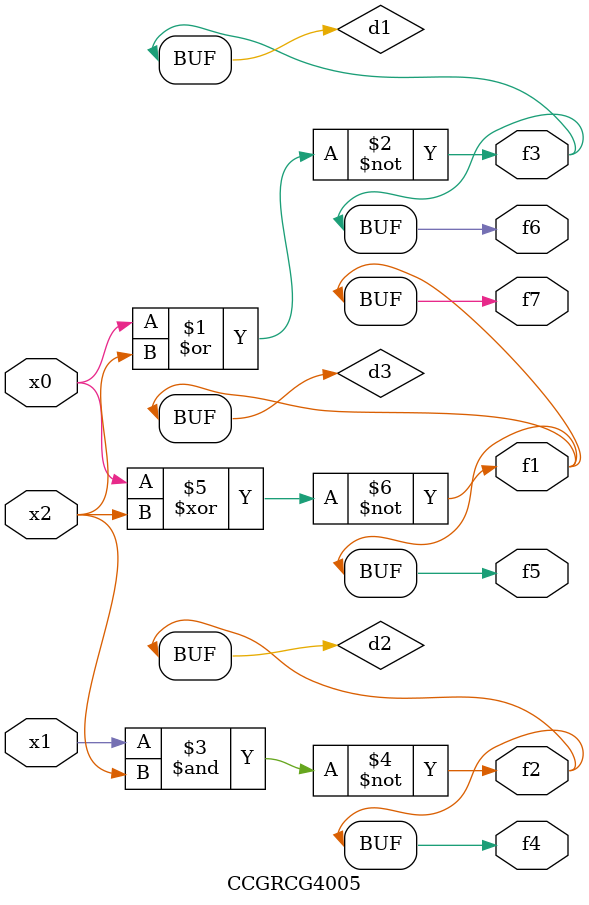
<source format=v>
module CCGRCG4005(
	input x0, x1, x2,
	output f1, f2, f3, f4, f5, f6, f7
);

	wire d1, d2, d3;

	nor (d1, x0, x2);
	nand (d2, x1, x2);
	xnor (d3, x0, x2);
	assign f1 = d3;
	assign f2 = d2;
	assign f3 = d1;
	assign f4 = d2;
	assign f5 = d3;
	assign f6 = d1;
	assign f7 = d3;
endmodule

</source>
